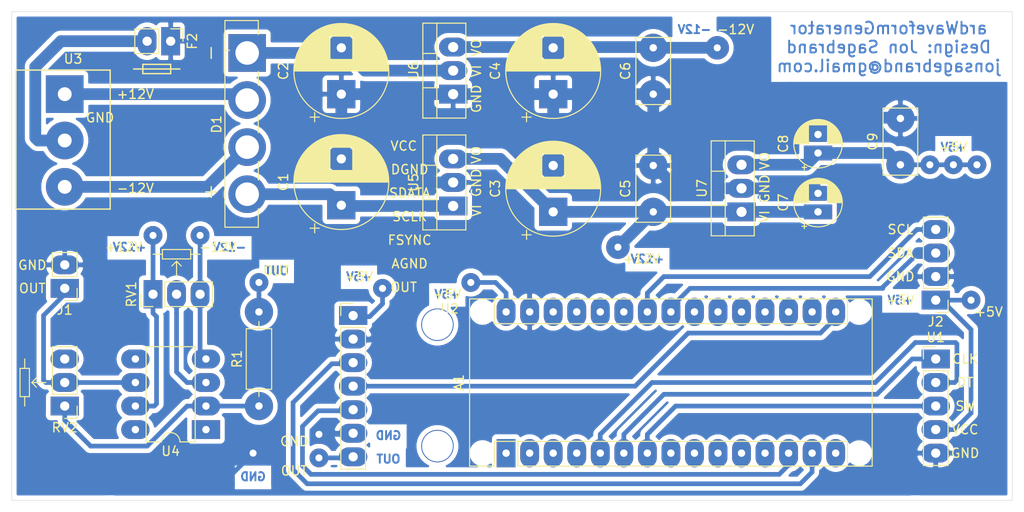
<source format=kicad_pcb>
(kicad_pcb (version 20211014) (generator pcbnew)
  (layers (0 "F.Cu" signal) (31 "B.Cu" signal) (34 "B.Paste" user) (35 "F.Paste" user) (36 "B.SilkS" user "B.Silkscreen") (37 "F.SilkS" user "F.Silkscreen") (38 "B.Mask" user) (39 "F.Mask" user) (44 "Edge.Cuts" user))
  (net 0 "")
  (net 1 "Net-(A1-Pad16)")
  (net 2 "Net-(A1-Pad15)")
  (net 3 "+5V")
  (net 4 "Net-(A1-Pad14)")
  (net 5 "GND")
  (net 6 "Net-(A1-Pad13)")
  (net 7 "Net-(A1-Pad28)")
  (net 8 "Net-(A1-Pad12)")
  (net 9 "Net-(A1-Pad27)")
  (net 10 "Net-(A1-Pad11)")
  (net 11 "Net-(A1-Pad26)")
  (net 12 "Net-(A1-Pad10)")
  (net 13 "Net-(A1-Pad25)")
  (net 14 "Net-(A1-Pad9)")
  (net 15 "Net-(A1-Pad24)")
  (net 16 "Net-(A1-Pad8)")
  (net 17 "Net-(A1-Pad23)")
  (net 18 "Net-(A1-Pad7)")
  (net 19 "Net-(A1-Pad22)")
  (net 20 "Net-(A1-Pad6)")
  (net 21 "Net-(A1-Pad21)")
  (net 22 "Net-(A1-Pad5)")
  (net 23 "Net-(A1-Pad20)")
  (net 24 "Net-(A1-Pad4)")
  (net 25 "Net-(A1-Pad19)")
  (net 26 "Net-(A1-Pad3)")
  (net 27 "Net-(A1-Pad18)")
  (net 28 "Net-(A1-Pad2)")
  (net 29 "Net-(A1-Pad17)")
  (net 30 "Net-(A1-Pad1)")
  (net 31 "Net-(C1-Pad1)")
  (net 32 "Net-(C2-Pad2)")
  (net 33 "+12V")
  (net 34 "-12V")
  (net 35 "Net-(D1-Pad2)")
  (net 36 "Net-(D1-Pad3)")
  (net 37 "Net-(F2-Pad2)")
  (net 38 "Net-(J1-Pad1)")
  (net 39 "Net-(R1-Pad2)")
  (net 40 "Net-(R1-Pad1)")
  (net 41 "Net-(RV1-Pad2)")
  (net 42 "Net-(RV2-Pad3)")
  (net 43 "Net-(U4-Pad8)")
  (net 44 "Net-(U4-Pad5)")
  (net 45 "Net-(U4-Pad1)")
  (footprint "My_Arduino:Arduino_Nano_WithMountingHoles_larger" (layer "F.Cu") (at 83.82 109.22 90)
    (fp_text reference "A1" (at 7.62 -5.08 90) (layer "F.SilkS"))
    (fp_text value "Arduino_Nano_v3.x")
    (pad "" np_thru_hole circle locked (at 0 -2.54 90) (size 1.78 1.78) (drill 1.78) (layers *.Cu *.Mask))
    (pad "" np_thru_hole circle locked (at 15.24 38.1 90) (size 1.78 1.78) (drill 1.78) (layers *.Cu *.Mask))
    (pad "" np_thru_hole circle locked (at 0 38.1 90) (size 1.78 1.78) (drill 1.78) (layers *.Cu *.Mask))
    (pad "" np_thru_hole circle locked (at 15.24 -2.54 90) (size 1.78 1.78) (drill 1.78) (layers *.Cu *.Mask))
    (pad "1" thru_hole rect locked (at 0 0 90) (size 3.048 2.032) (drill 0.8) (layers *.Cu *.Mask) (net 30 "Net-(A1-Pad1)"))
    (pad "2" thru_hole oval locked (at 0 2.54 90) (size 3.048 2.032) (drill 0.8) (layers *.Cu *.Mask) (net 28 "Net-(A1-Pad2)"))
    (pad "3" thru_hole oval locked (at 0 5.08 90) (size 3.048 2.032) (drill 0.8) (layers *.Cu *.Mask) (net 26 "Net-(A1-Pad3)"))
    (pad "4" thru_hole oval locked (at 0 7.62 90) (size 3.048 2.032) (drill 0.8) (layers *.Cu *.Mask) (net 24 "Net-(A1-Pad4)"))
    (pad "5" thru_hole oval locked (at 0 10.16 90) (size 3.048 2.032) (drill 0.8) (layers *.Cu *.Mask) (net 22 "Net-(A1-Pad5)"))
    (pad "6" thru_hole oval locked (at 0 12.7 90) (size 3.048 2.032) (drill 0.8) (layers *.Cu *.Mask) (net 20 "Net-(A1-Pad6)"))
    (pad "7" thru_hole oval locked (at 0 15.24 90) (size 3.048 2.032) (drill 0.8) (layers *.Cu *.Mask) (net 18 "Net-(A1-Pad7)"))
    (pad "8" thru_hole oval locked (at 0 17.78 90) (size 3.048 2.032) (drill 0.8) (layers *.Cu *.Mask) (net 16 "Net-(A1-Pad8)"))
    (pad "9" thru_hole oval locked (at 0 20.32 90) (size 3.048 2.032) (drill 0.8) (layers *.Cu *.Mask) (net 14 "Net-(A1-Pad9)"))
    (pad "10" thru_hole oval locked (at 0 22.86 90) (size 3.048 2.032) (drill 0.8) (layers *.Cu *.Mask) (net 12 "Net-(A1-Pad10)"))
    (pad "11" thru_hole oval locked (at 0 25.4 90) (size 3.048 2.032) (drill 0.8) (layers *.Cu *.Mask) (net 10 "Net-(A1-Pad11)"))
    (pad "12" thru_hole oval locked (at 0 27.94 90) (size 3.048 2.032) (drill 0.8) (layers *.Cu *.Mask) (net 8 "Net-(A1-Pad12)"))
    (pad "13" thru_hole oval locked (at 0 30.48 90) (size 3.048 2.032) (drill 0.8) (layers *.Cu *.Mask) (net 6 "Net-(A1-Pad13)"))
    (pad "14" thru_hole oval locked (at 0 33.02 90) (size 3.048 2.032) (drill 0.8) (layers *.Cu *.Mask) (net 4 "Net-(A1-Pad14)"))
    (pad "15" thru_hole oval locked (at 0 35.56 90) (size 3.048 2.032) (drill 0.8) (layers *.Cu *.Mask) (net 2 "Net-(A1-Pad15)"))
    (pad "16" thru_hole oval locked (at 15.24 35.56 90) (size 3.048 2.032) (drill 0.8) (layers *.Cu *.Mask) (net 1 "Net-(A1-Pad16)"))
    (pad "17" thru_hole oval locked (at 15.24 33.02 90) (size 3.048 2.032) (drill 0.8) (layers *.Cu *.Mask) (net 29 "Net-(A1-Pad17)"))
    (pad "18" thru_hole oval locked (at 15.24 30.48 90) (size 3.048 2.032) (drill 0.8) (layers *.Cu *.Mask) (net 27 "Net-(A1-Pad18)"))
    (pad "19" thru_hole oval locked (at 15.24 27.94 90) (size 3.048 2.032) (drill 0.8) (layers *.Cu *.Mask) (net 25 "Net-(A1-Pad19)"))
    (pad "20" thru_hole oval locked (at 15.24 25.4 90) (size 3.048 2.032) (drill 0.8) (layers *.Cu *.Mask) (net 23 "Net-(A1-Pad20)"))
    (pad "21" thru_hole oval locked (at 15.24 22.86 90) (size 3.048 2.032) (drill 0.8) (layers *.Cu *.Mask) (net 21 "Net-(A1-Pad21)"))
    (pad "22" thru_hole oval locked (at 15.24 20.32 90) (size 3.048 2.032) (drill 0.8) (layers *.Cu *.Mask) (net 19 "Net-(A1-Pad22)"))
    (pad "23" thru_hole oval locked (at 15.24 17.78 90) (size 3.048 2.032) (drill 0.8) (layers *.Cu *.Mask) (net 17 "Net-(A1-Pad23)"))
    (pad "24" thru_hole oval locked (at 15.24 15.24 90) (size 3.048 2.032) (drill 0.8) (layers *.Cu *.Mask) (net 15 "Net-(A1-Pad24)"))
    (pad "25" thru_hole oval locked (at 15.24 12.7 90) (size 3.048 2.032) (drill 0.8) (layers *.Cu *.Mask) (net 13 "Net-(A1-Pad25)"))
    (pad "26" thru_hole oval locked (at 15.24 10.16 90) (size 3.048 2.032) (drill 0.8) (layers *.Cu *.Mask) (net 11 "Net-(A1-Pad26)"))
    (pad "27" thru_hole oval locked (at 15.24 7.62 90) (size 3.048 2.032) (drill 0.8) (layers *.Cu *.Mask) (net 9 "Net-(A1-Pad27)"))
    (pad "28" thru_hole oval locked (at 15.24 5.08 90) (size 3.048 2.032) (drill 0.8) (layers *.Cu *.Mask) (net 7 "Net-(A1-Pad28)"))
    (pad "29" thru_hole oval locked (at 15.24 2.54 90) (size 3.048 2.032) (drill 0.8) (layers *.Cu *.Mask) (net 5 "GND"))
    (pad "30" thru_hole oval locked (at 15.24 0 90) (size 3.048 2.032) (drill 0.8) (layers *.Cu *.Mask) (net 3 "+5V"))
  )
  (footprint "My_Misc:CP_Radial_D10.0mm_P5.00mm_larger" (layer "F.Cu") (at 66.04 82.47 90)
    (fp_text reference "C1" (at 2.5 -6.25 90) (layer "F.SilkS"))
    (fp_text value "1000u")
    (pad "1" thru_hole rect locked (at 0 0 90) (size 3.048 3.048) (drill 1) (layers *.Cu *.Mask) (net 31 "Net-(C1-Pad1)"))
    (pad "2" thru_hole oval locked (at 5 0 90) (size 3.048 3.048) (drill 1) (layers *.Cu *.Mask) (net 5 "GND"))
  )
  (footprint "My_Misc:CP_Radial_D10.0mm_P5.00mm_larger" (layer "F.Cu") (at 66.04 70.485 90)
    (fp_text reference "C2" (at 2.5 -6.25 90) (layer "F.SilkS"))
    (fp_text value "1000u")
    (pad "1" thru_hole rect locked (at 0 0 90) (size 3.048 3.048) (drill 1) (layers *.Cu *.Mask) (net 5 "GND"))
    (pad "2" thru_hole oval locked (at 5 0 90) (size 3.048 3.048) (drill 1) (layers *.Cu *.Mask) (net 32 "Net-(C2-Pad2)"))
  )
  (footprint "My_Misc:CP_Radial_D10.0mm_P5.00mm_larger" (layer "F.Cu") (at 88.9 83.185 90)
    (fp_text reference "C3" (at 2.5 -6.25 90) (layer "F.SilkS"))
    (fp_text value "1000u")
    (pad "1" thru_hole rect locked (at 0 0 90) (size 3.048 3.048) (drill 1) (layers *.Cu *.Mask) (net 33 "+12V"))
    (pad "2" thru_hole oval locked (at 5 0 90) (size 3.048 3.048) (drill 1) (layers *.Cu *.Mask) (net 5 "GND"))
  )
  (footprint "My_Misc:CP_Radial_D10.0mm_P5.00mm_larger" (layer "F.Cu") (at 88.9 70.485 90)
    (fp_text reference "C4" (at 2.5 -6.25 90) (layer "F.SilkS"))
    (fp_text value "1000u")
    (pad "1" thru_hole rect locked (at 0 0 90) (size 3.048 3.048) (drill 1) (layers *.Cu *.Mask) (net 5 "GND"))
    (pad "2" thru_hole oval locked (at 5 0 90) (size 3.048 3.048) (drill 1) (layers *.Cu *.Mask) (net 34 "-12V"))
  )
  (footprint "My_Misc:C_Rect_L7.0mm_W3.5mm_P5.00mm_larger" (layer "F.Cu") (at 99.695 83.185 90)
    (fp_text reference "C5" (at 2.5 -3 90) (layer "F.SilkS"))
    (fp_text value "100n")
    (pad "1" thru_hole oval locked (at 0 0 90) (size 3.048 3.048) (drill 0.8) (layers *.Cu *.Mask) (net 33 "+12V"))
    (pad "2" thru_hole oval locked (at 5 0 90) (size 3.048 3.048) (drill 0.8) (layers *.Cu *.Mask) (net 5 "GND"))
  )
  (footprint "My_Misc:C_Rect_L7.0mm_W3.5mm_P5.00mm_larger" (layer "F.Cu") (at 99.695 70.485 90)
    (fp_text reference "C6" (at 2.5 -3 90) (layer "F.SilkS"))
    (fp_text value "100n")
    (pad "1" thru_hole oval locked (at 0 0 90) (size 3.048 3.048) (drill 0.8) (layers *.Cu *.Mask) (net 5 "GND"))
    (pad "2" thru_hole oval locked (at 5 0 90) (size 3.048 3.048) (drill 0.8) (layers *.Cu *.Mask) (net 34 "-12V"))
  )
  (footprint "My_Misc:CP_Radial_D5.0mm_P2.00mm_larger" (layer "F.Cu") (at 117.475 83.185 90)
    (fp_text reference "C7" (at 1 -3.75 90) (layer "F.SilkS"))
    (fp_text value "10u")
    (pad "1" thru_hole rect locked (at 0 0 90) (size 1.6 3.048) (drill 0.8) (layers *.Cu *.Mask) (net 33 "+12V"))
    (pad "2" thru_hole oval locked (at 2 0 90) (size 1.6 3.048) (drill 0.8) (layers *.Cu *.Mask) (net 5 "GND"))
  )
  (footprint "My_Misc:CP_Radial_D5.0mm_P2.00mm_larger" (layer "F.Cu") (at 117.475 76.835 90)
    (fp_text reference "C8" (at 1 -3.75 90) (layer "F.SilkS"))
    (fp_text value "10u")
    (pad "1" thru_hole rect locked (at 0 0 90) (size 1.6 3.048) (drill 0.8) (layers *.Cu *.Mask) (net 3 "+5V"))
    (pad "2" thru_hole oval locked (at 2 0 90) (size 1.6 3.048) (drill 0.8) (layers *.Cu *.Mask) (net 5 "GND"))
  )
  (footprint "My_Misc:C_Rect_L7.0mm_W3.5mm_P5.00mm_larger" (layer "F.Cu") (at 126.365 78.105 90)
    (fp_text reference "C9" (at 2.5 -3 90) (layer "F.SilkS"))
    (fp_text value "100n")
    (pad "1" thru_hole oval locked (at 0 0 90) (size 3.048 3.048) (drill 0.8) (layers *.Cu *.Mask) (net 3 "+5V"))
    (pad "2" thru_hole oval locked (at 5 0 90) (size 3.048 3.048) (drill 0.8) (layers *.Cu *.Mask) (net 5 "GND"))
  )
  (footprint "My_Misc:GBU-806" (layer "F.Cu") (at 55.88 66.04 -90)
    (fp_text reference "D1" (at 7.7 3.3 -90) (layer "F.SilkS"))
    (fp_text value "B40C2300-1500A")
    (fp_text user "+" (at 15 4 90) (layer "F.SilkS") (effects (font (size 1.524 1.524))))
    (fp_text user "-" (at 0 4 90) (layer "F.SilkS") (effects (font (size 1.524 1.524))))
    (pad "1" thru_hole rect locked (at 0 0 270) (size 4.064 4.064) (drill 2.54) (layers *.Cu *.Mask) (net 32 "Net-(C2-Pad2)"))
    (pad "2" thru_hole oval locked (at 5.08 0 270) (size 4.064 4.064) (drill 2.54) (layers *.Cu *.Mask) (net 35 "Net-(D1-Pad2)"))
    (pad "3" thru_hole oval locked (at 10.16 0 270) (size 4.064 4.064) (drill 2.54) (layers *.Cu *.Mask) (net 36 "Net-(D1-Pad3)"))
    (pad "4" thru_hole oval locked (at 15.24 0 270) (size 4.064 4.064) (drill 2.54) (layers *.Cu *.Mask) (net 31 "Net-(C1-Pad1)"))
  )
  (footprint "My_Headers:2-pin_Fuse_header_large" (layer "F.Cu") (at 47.625 64.77 -90)
    (fp_text reference "F2" (at 0 -2.33 90) (layer "F.SilkS"))
    (fp_text value "Fuse" hide)
    (pad "1" thru_hole rect locked (at 0 0 270) (size 3.048 2.032) (drill 1) (layers *.Cu *.Mask) (net 5 "GND"))
    (pad "2" thru_hole oval locked (at 0 2.54 270) (size 3.048 2.032) (drill 1) (layers *.Cu *.Mask) (net 37 "Net-(F2-Pad2)"))
  )
  (footprint "My_Headers:2-pin_Output_header_large" (layer "F.Cu") (at 36.195 91.44 180)
    (fp_text reference "J1" (at 0 -2.33) (layer "F.SilkS"))
    (fp_text value "Conn_Coaxial" hide)
    (fp_text user "OUT" (at 3.5 0) (layer "F.SilkS"))
    (fp_text user "GND" (at 3.5 2.5) (layer "F.SilkS"))
    (pad "1" thru_hole rect locked (at 0 0 180) (size 3.048 2.032) (drill 1) (layers *.Cu *.Mask) (net 38 "Net-(J1-Pad1)"))
    (pad "2" thru_hole oval locked (at 0 2.54 180) (size 3.048 2.032) (drill 1) (layers *.Cu *.Mask) (net 5 "GND"))
  )
  (footprint "My_Headers:4-pin_I2C_LCD_header_larger" (layer "F.Cu") (at 130.175 92.71 180)
    (fp_text reference "J2" (at 0 -2.33) (layer "F.SilkS"))
    (fp_text value "4-pin_I2C_LCD_header" hide)
    (fp_text user "SCL" (at 3.81 7.62) (layer "F.SilkS"))
    (fp_text user "+5V" (at 3.81 0) (layer "F.SilkS"))
    (fp_text user "GND" (at 3.81 2.54) (layer "F.SilkS"))
    (fp_text user "SDA" (at 3.81 5.08) (layer "F.SilkS"))
    (pad "1" thru_hole rect locked (at 0 0 180) (size 3.048 2.032) (drill 1) (layers *.Cu *.Mask) (net 3 "+5V"))
    (pad "3" thru_hole oval locked (at 0 2.54 180) (size 3.048 2.032) (drill 1) (layers *.Cu *.Mask) (net 5 "GND"))
    (pad "5" thru_hole oval locked (at 0 5.08 180) (size 3.048 2.032) (drill 1) (layers *.Cu *.Mask) (net 17 "Net-(A1-Pad23)"))
    (pad "7" thru_hole oval locked (at 0 7.62 180) (size 3.048 2.032) (drill 1) (layers *.Cu *.Mask) (net 15 "Net-(A1-Pad24)"))
  )
  (footprint "My_Misc:R_Axial_DIN0207_L6.3mm_D2.5mm_P10.16mm_Horizontal_larger_pads" (layer "F.Cu") (at 57.15 104.14 90)
    (fp_text reference "R1" (at 5.08 -2.37 90) (layer "F.SilkS"))
    (fp_text value "2.2k" hide)
    (pad "1" thru_hole circle locked (at 0 0 90) (size 3.048 3.048) (drill 0.8) (layers *.Cu *.Mask) (net 40 "Net-(R1-Pad1)"))
    (pad "2" thru_hole circle locked (at 10.16 0 90) (size 3.048 3.048) (drill 0.8) (layers *.Cu *.Mask) (net 39 "Net-(R1-Pad2)"))
  )
  (footprint "My_Headers:3-pin_potentiometer_header_larger_pads" (layer "F.Cu") (at 45.72 92.075 90)
    (fp_text reference "RV1" (at 0 -2.33 90) (layer "F.SilkS"))
    (fp_text value "10k" hide)
    (pad "1" thru_hole rect locked (at 0 0 90) (size 3.048 2.032) (drill 1) (layers *.Cu *.Mask) (net 33 "+12V"))
    (pad "2" thru_hole oval locked (at 0 2.54 90) (size 3.048 2.032) (drill 1) (layers *.Cu *.Mask) (net 41 "Net-(RV1-Pad2)"))
    (pad "3" thru_hole oval locked (at 0 5.08 90) (size 3.048 2.032) (drill 1) (layers *.Cu *.Mask) (net 34 "-12V"))
  )
  (footprint "My_Headers:3-pin_potentiometer_header_larger_pads" (layer "F.Cu") (at 36.195 104.14 180)
    (fp_text reference "RV2" (at 0 -2.33) (layer "F.SilkS"))
    (fp_text value "50k" hide)
    (pad "1" thru_hole rect locked (at 0 0 180) (size 3.048 2.032) (drill 1) (layers *.Cu *.Mask) (net 40 "Net-(R1-Pad1)"))
    (pad "2" thru_hole oval locked (at 0 2.54 180) (size 3.048 2.032) (drill 1) (layers *.Cu *.Mask) (net 38 "Net-(J1-Pad1)"))
    (pad "3" thru_hole oval locked (at 0 5.08 180) (size 3.048 2.032) (drill 1) (layers *.Cu *.Mask) (net 42 "Net-(RV2-Pad3)"))
  )
  (footprint "My_Parts:3-pin_KY-040_Rotary_Encoder_header_large" (layer "F.Cu") (at 130.175 99.06)
    (fp_text reference "U1" (at 0 -2.33) (layer "F.SilkS"))
    (fp_text value "KY-040_Rotary_Encoder" hide)
    (fp_text user "CLK" (at 3.175 0) (layer "F.SilkS"))
    (fp_text user "DT" (at 3.175 2.54) (layer "F.SilkS"))
    (fp_text user "GND" (at 3.175 10.16) (layer "F.SilkS"))
    (fp_text user "VCC" (at 3.175 7.62) (layer "F.SilkS"))
    (fp_text user "SW" (at 3.175 5.08) (layer "F.SilkS"))
    (pad "1" thru_hole rect locked (at 0 0) (size 3.048 2.032) (drill 1) (layers *.Cu *.Mask) (net 20 "Net-(A1-Pad6)"))
    (pad "2" thru_hole oval locked (at 0 2.54) (size 3.048 2.032) (drill 1) (layers *.Cu *.Mask) (net 22 "Net-(A1-Pad5)"))
    (pad "3" thru_hole oval locked (at 0 5.08) (size 3.048 2.032) (drill 1) (layers *.Cu *.Mask) (net 18 "Net-(A1-Pad7)"))
    (pad "4" thru_hole oval locked (at 0 7.62) (size 3.048 2.032) (drill 1) (layers *.Cu *.Mask) (net 3 "+5V"))
    (pad "5" thru_hole oval locked (at 0 10.16) (size 3.048 2.032) (drill 1) (layers *.Cu *.Mask) (net 5 "GND"))
  )
  (footprint "My_Parts:GY-9833_AD9833_larger" (layer "F.Cu") (at 67.31 92.71 180)
    (fp_text reference "U2" (at -10.4 -0.935) (layer "F.SilkS"))
    (fp_text value "GY-9833_AD9833" hide)
    (fp_text user "SDATA" (at -6.1 11.555) (layer "F.SilkS"))
    (fp_text user "SCLK" (at -6.1 9.015) (layer "F.SilkS"))
    (fp_text user "DGND" (at -6.1 14.095) (layer "F.SilkS"))
    (fp_text user "FSYNC" (at -6.1 6.475) (layer "F.SilkS"))
    (fp_text user "OUT" (at -5.465 1.395) (layer "F.SilkS"))
    (fp_text user "AGND" (at -6.1 3.935) (layer "F.SilkS"))
    (fp_text user "VCC" (at -5.465 16.635) (layer "F.SilkS"))
    (pad "" thru_hole circle locked (at -9.1 -15.75 180) (size 3.5 3.5) (drill 3.3) (layers *.Cu *.Mask))
    (pad "" thru_hole circle locked (at -9.1 -2.65 180) (size 3.5 3.5) (drill 3.3) (layers *.Cu *.Mask))
    (pad "1" thru_hole rect locked (at -0.005 -1.665) (size 3.048 2.032) (drill 1) (layers *.Cu *.Mask) (net 3 "+5V"))
    (pad "2" thru_hole oval locked (at -0.005 -4.205) (size 3.048 2.032) (drill 1) (layers *.Cu *.Mask) (net 5 "GND"))
    (pad "3" thru_hole oval locked (at -0.005 -6.745) (size 3.048 2.032) (drill 1) (layers *.Cu *.Mask) (net 4 "Net-(A1-Pad14)"))
    (pad "4" thru_hole oval locked (at -0.005 -9.285) (size 3.048 2.032) (drill 1) (layers *.Cu *.Mask) (net 1 "Net-(A1-Pad16)"))
    (pad "5" thru_hole oval locked (at -0.005 -11.825) (size 3.048 2.032) (drill 1) (layers *.Cu *.Mask) (net 6 "Net-(A1-Pad13)"))
    (pad "6" thru_hole oval locked (at -0.005 -14.365) (size 3.048 2.032) (drill 1) (layers *.Cu *.Mask) (net 5 "GND"))
    (pad "7" thru_hole oval locked (at -0.005 -16.905) (size 3.048 2.032) (drill 1) (layers *.Cu *.Mask) (net 39 "Net-(R1-Pad2)"))
  )
  (footprint "My_Parts:3-pole_screw_terminal_+12V,-12V_input" (layer "F.Cu") (at 36.195 70.485)
    (fp_text reference "U3" (at 0.9 -3.8) (layer "F.SilkS"))
    (fp_text value "3-pole_Power_input_screw_terminal" hide)
    (fp_text user "GND" (at 3.81 2.54) (layer "F.SilkS"))
    (fp_text user "-12V" (at 7.62 10.16) (layer "F.SilkS"))
    (fp_text user "+12V" (at 7.62 0) (layer "F.SilkS"))
    (pad "1" thru_hole rect locked (at 0 0) (size 4.064 4.064) (drill 1.5) (layers *.Cu *.Mask) (net 35 "Net-(D1-Pad2)"))
    (pad "2" thru_hole circle locked (at 0 5) (size 4.064 4.064) (drill 1.5) (layers *.Cu *.Mask) (net 37 "Net-(F2-Pad2)"))
    (pad "3" thru_hole circle locked (at 0 10) (size 4.064 4.064) (drill 1.5) (layers *.Cu *.Mask) (net 36 "Net-(D1-Pad3)"))
  )
  (footprint "My_Misc:DIP-8_W7.62mm_large" (layer "F.Cu") (at 51.435 106.68 180)
    (fp_text reference "U4" (at 3.81 -2.33) (layer "F.SilkS"))
    (fp_text value "TL071")
    (pad "1" thru_hole rect locked (at 0 0 180) (size 3.048 2.032) (drill 0.8) (layers *.Cu *.Mask) (net 45 "Net-(U4-Pad1)"))
    (pad "2" thru_hole oval locked (at 0 2.54 180) (size 3.048 2.032) (drill 0.8) (layers *.Cu *.Mask) (net 40 "Net-(R1-Pad1)"))
    (pad "3" thru_hole oval locked (at 0 5.08 180) (size 3.048 2.032) (drill 0.8) (layers *.Cu *.Mask) (net 41 "Net-(RV1-Pad2)"))
    (pad "4" thru_hole oval locked (at 0 7.62 180) (size 3.048 2.032) (drill 0.8) (layers *.Cu *.Mask) (net 34 "-12V"))
    (pad "5" thru_hole oval locked (at 7.62 7.62 180) (size 3.048 2.032) (drill 0.8) (layers *.Cu *.Mask) (net 44 "Net-(U4-Pad5)"))
    (pad "6" thru_hole oval locked (at 7.62 5.08 180) (size 3.048 2.032) (drill 0.8) (layers *.Cu *.Mask) (net 38 "Net-(J1-Pad1)"))
    (pad "7" thru_hole oval locked (at 7.62 2.54 180) (size 3.048 2.032) (drill 0.8) (layers *.Cu *.Mask) (net 33 "+12V"))
    (pad "8" thru_hole oval locked (at 7.62 0 180) (size 3.048 2.032) (drill 0.8) (layers *.Cu *.Mask) (net 43 "Net-(U4-Pad8)"))
  )
  (footprint "My_Parts:LM7812_TO-220-3_Vertical_larger" (layer "F.Cu") (at 78.105 82.55 90)
    (fp_text reference "U5" (at 2.54 -4.27 90) (layer "F.SilkS"))
    (fp_text value "LM7812_TO220" hide)
    (fp_text user "VI" (at -0.5 2.5 90) (layer "F.SilkS"))
    (fp_text user "VO" (at 5.5 2.5 90) (layer "F.SilkS"))
    (fp_text user "GND" (at 2.5 2.5 90) (layer "F.SilkS"))
    (pad "1" thru_hole rect locked (at 0 0 90) (size 2.032 3.048) (drill 1.1) (layers *.Cu *.Mask) (net 31 "Net-(C1-Pad1)"))
    (pad "2" thru_hole oval locked (at 2.54 0 90) (size 2.032 3.048) (drill 1.1) (layers *.Cu *.Mask) (net 5 "GND"))
    (pad "3" thru_hole oval locked (at 5.08 0 90) (size 2.032 3.048) (drill 1.1) (layers *.Cu *.Mask) (net 33 "+12V"))
  )
  (footprint "My_Parts:LM7912_TO-220-3_Vertical_larger" (layer "F.Cu") (at 78.105 70.485 90)
    (fp_text reference "U6" (at 2.54 -4.27 90) (layer "F.SilkS"))
    (fp_text value "LM7912_TO220" hide)
    (fp_text user "GND" (at -0.5 2.5 90) (layer "F.SilkS"))
    (fp_text user "VI" (at 2.5 2.5 90) (layer "F.SilkS"))
    (fp_text user "VO" (at 5 2.5 90) (layer "F.SilkS"))
    (pad "1" thru_hole rect locked (at 0 0 90) (size 2.032 3.048) (drill 1.1) (layers *.Cu *.Mask) (net 5 "GND"))
    (pad "2" thru_hole oval locked (at 2.54 0 90) (size 2.032 3.048) (drill 1.1) (layers *.Cu *.Mask) (net 32 "Net-(C2-Pad2)"))
    (pad "3" thru_hole oval locked (at 5.08 0 90) (size 2.032 3.048) (drill 1.1) (layers *.Cu *.Mask) (net 34 "-12V"))
  )
  (footprint "My_Parts:LM7805_TO-220-3_Vertical_larger" (layer "F.Cu") (at 109.22 83.185 90)
    (fp_text reference "U7" (at 2.54 -4.27 90) (layer "F.SilkS"))
    (fp_text value "LM7805_TO220" hide)
    (fp_text user "VI" (at -0.5 2.5 90) (layer "F.SilkS"))
    (fp_text user "VO" (at 5.5 2.5 90) (layer "F.SilkS"))
    (fp_text user "GND" (at 2.5 2.5 90) (layer "F.SilkS"))
    (pad "1" thru_hole rect locked (at 0 0 90) (size 2.032 3.048) (drill 1.1) (layers *.Cu *.Mask) (net 33 "+12V"))
    (pad "2" thru_hole oval locked (at 2.54 0 90) (size 2.032 3.048) (drill 1.1) (layers *.Cu *.Mask) (net 5 "GND"))
    (pad "3" thru_hole oval locked (at 5.08 0 90) (size 2.032 3.048) (drill 1.1) (layers *.Cu *.Mask) (net 3 "+5V"))
  )
  (gr_line (start 138.43 61.595) (end 138.43 114.3) (layer "Edge.Cuts") (width 0.05))
  (gr_line (start 30.48 114.3) (end 138.43 114.3) (layer "Edge.Cuts") (width 0.05))
  (gr_line (start 30.48 61.595) (end 138.43 61.595) (layer "Edge.Cuts") (width 0.05))
  (gr_line (start 30.48 61.595) (end 30.48 114.3) (layer "Edge.Cuts") (width 0.05))
  (gr_text "GND" (at 56.515 111.76) (layer "B.Cu") (effects (font (size 0.889 0.889) (thickness 0.2032)) (justify mirror)))
  (gr_text "+5V" (at 67.945 90.17) (layer "B.Cu") (effects (font (size 0.889 0.889) (thickness 0.2032)) (justify mirror)))
  (gr_text "+12V" (at 43.18 86.995) (layer "B.Cu") (effects (font (size 0.889 0.889) (thickness 0.2032)) (justify mirror)))
  (gr_text "-12V" (at 53.975 86.995) (layer "B.Cu") (effects (font (size 0.889 0.889) (thickness 0.2032)) (justify mirror)))
  (gr_text "ardWaveformGenerator\nDesign: Jon Sagebrand\njonsagebrand@gmail.com" (at 125.095 65.405) (layer "B.Cu") (effects (font (size 1.27 1.27) (thickness 0.2032)) (justify mirror)))
  (gr_text "+5V" (at 126.365 92.71) (layer "B.Cu") (effects (font (size 0.889 0.889) (thickness 0.2032)) (justify mirror)))
  (gr_text "+12V" (at 99.06 88.265) (layer "B.Cu") (effects (font (size 0.889 0.889) (thickness 0.2032)) (justify mirror)))
  (gr_text "OUT" (at 59.055 89.535) (layer "B.Cu") (effects (font (size 0.889 0.889) (thickness 0.2032)) (justify mirror)))
  (gr_text "-12V" (at 104.14 63.5) (layer "B.Cu") (effects (font (size 0.889 0.889) (thickness 0.2032)) (justify mirror)))
  (gr_text "GND" (at 71.12 107.315) (layer "B.Cu") (effects (font (size 0.889 0.889) (thickness 0.2032)) (justify mirror)))
  (gr_text "OUT" (at 71.12 109.855) (layer "B.Cu") (effects (font (size 0.889 0.889) (thickness 0.2032)) (justify mirror)))
  (gr_text "+5V" (at 77.47 92.075) (layer "B.Cu") (effects (font (size 0.889 0.889) (thickness 0.2032)) (justify mirror)))
  (gr_text "+5V" (at 132.08 76.2) (layer "B.Cu") (effects (font (size 0.889 0.889) (thickness 0.2032)) (justify mirror)))
  (gr_text "+12V" (at 42.545 86.995) (layer "F.SilkS") (effects (font (size 1 1))))
  (gr_text "+5V" (at 132.08 76.2) (layer "F.SilkS") (effects (font (size 1 1))))
  (gr_text "OUT" (at 60.96 111.125) (layer "F.SilkS") (effects (font (size 1 1))))
  (gr_text "+5V" (at 135.89 93.98) (layer "F.SilkS") (effects (font (size 1 1))))
  (gr_text "GND" (at 60.96 107.95) (layer "F.SilkS") (effects (font (size 1 1))))
  (gr_text "+5V" (at 67.945 90.17) (layer "F.SilkS") (effects (font (size 1 1))))
  (gr_text "+12V" (at 98.425 88.265) (layer "F.SilkS") (effects (font (size 1 1))))
  (gr_text "-12V" (at 52.705 86.995) (layer "F.SilkS") (effects (font (size 1 1))))
  (gr_text "-12V" (at 108.585 63.5) (layer "F.SilkS") (effects (font (size 1 1))))
  (gr_text "OUT" (at 59.055 89.535) (layer "F.SilkS") (effects (font (size 1 1))))
  (gr_text "+5V" (at 77.47 92.075) (layer "F.SilkS") (effects (font (size 1 1))))
  (segment (start 117.72899 96.26601) (end 119.38 94.615) (width 0.508) (layer "B.Cu") (net 1))
  (segment (start 97.736146 101.995) (end 103.465136 96.26601) (width 0.508) (layer "B.Cu") (net 1))
  (segment (start 67.315 101.995) (end 97.736146 101.995) (width 0.508) (layer "B.Cu") (net 1))
  (segment (start 103.465136 96.26601) (end 117.72899 96.26601) (width 0.508) (layer "B.Cu") (net 1))
  (via (at 80.01 90.805) (size 2.032) (drill 0.762) (layers "F.Cu" "B.Cu") (net 3))
  (via (at 133.985 92.71) (size 2.032) (drill 0.762) (layers "F.Cu" "B.Cu") (net 3))
  (via (at 134.62 78.105) (size 2.032) (drill 0.762) (layers "F.Cu" "B.Cu") (net 3))
  (via (at 132.08 78.105) (size 2.032) (drill 0.762) (layers "F.Cu" "B.Cu") (net 3))
  (via (at 129.54 78.105) (size 2.032) (drill 0.762) (layers "F.Cu" "B.Cu") (net 3))
  (via (at 70.485 91.44) (size 2.032) (drill 0.762) (layers "F.Cu" "B.Cu") (net 3))
  (segment (start 70.485 91.44) (end 70.485 91.44) (width 0.508) (layer "B.Cu") (net 3))
  (segment (start 80.01 90.805) (end 80.01 90.805) (width 0.508) (layer "B.Cu") (net 3))
  (segment (start 133.985 92.71) (end 133.985 92.71) (width 0.508) (layer "B.Cu") (net 3))
  (segment (start 134.62 78.105) (end 134.62 78.105) (width 0.508) (layer "B.Cu") (net 3))
  (segment (start 132.08 78.105) (end 134.62 78.105) (width 0.508) (layer "B.Cu") (net 3))
  (segment (start 129.54 78.105) (end 132.08 78.105) (width 0.508) (layer "B.Cu") (net 3))
  (segment (start 130.175 106.68) (end 132.207 106.68) (width 0.508) (layer "B.Cu") (net 3))
  (segment (start 130.175 92.71) (end 133.985 92.71) (width 0.508) (layer "B.Cu") (net 3))
  (segment (start 83.82 91.948) (end 82.677 90.805) (width 0.508) (layer "B.Cu") (net 3))
  (segment (start 117.475 76.835) (end 125.095 76.835) (width 1.27) (layer "B.Cu") (net 3))
  (segment (start 83.82 93.98) (end 83.82 91.948) (width 0.508) (layer "B.Cu") (net 3))
  (segment (start 109.22 78.105) (end 116.205 78.105) (width 1.27) (layer "B.Cu") (net 3))
  (segment (start 82.677 90.805) (end 80.01 90.805) (width 0.508) (layer "B.Cu") (net 3))
  (segment (start 133.985 95.885) (end 130.81 92.71) (width 0.508) (layer "B.Cu") (net 3))
  (segment (start 69.092 94.49) (end 70.485 93.097) (width 0.508) (layer "B.Cu") (net 3))
  (segment (start 70.485 93.097) (end 70.485 91.44) (width 0.508) (layer "B.Cu") (net 3))
  (segment (start 125.095 76.835) (end 126.365 78.105) (width 1.27) (layer "B.Cu") (net 3))
  (segment (start 132.207 106.68) (end 133.985 104.902) (width 0.508) (layer "B.Cu") (net 3))
  (segment (start 133.985 104.902) (end 133.985 95.885) (width 0.508) (layer "B.Cu") (net 3))
  (segment (start 126.365 78.105) (end 129.54 78.105) (width 0.508) (layer "B.Cu") (net 3))
  (segment (start 116.205 78.105) (end 117.475 76.835) (width 1.27) (layer "B.Cu") (net 3))
  (segment (start 67.06 94.49) (end 69.092 94.49) (width 0.508) (layer "B.Cu") (net 3))
  (segment (start 65.028 99.57) (end 60.830989 103.767011) (width 0.508) (layer "B.Cu") (net 4))
  (segment (start 116.84 111.252) (end 116.84 109.22) (width 0.508) (layer "B.Cu") (net 4))
  (segment (start 60.830989 103.767011) (end 60.830989 111.004286) (width 0.508) (layer "B.Cu") (net 4))
  (segment (start 62.350714 112.524011) (end 115.567989 112.524011) (width 0.508) (layer "B.Cu") (net 4))
  (segment (start 115.567989 112.524011) (end 116.84 111.252) (width 0.508) (layer "B.Cu") (net 4))
  (segment (start 67.06 99.57) (end 65.028 99.57) (width 0.508) (layer "B.Cu") (net 4))
  (segment (start 60.830989 111.004286) (end 62.350714 112.524011) (width 0.508) (layer "B.Cu") (net 4))
  (via (at 56.515 109.22) (size 2.54) (drill 0.762) (layers "F.Cu" "B.Cu") (net 5))
  (via (at 63.625 107.19) (size 2.032) (drill 0.762) (layers "F.Cu" "B.Cu") (net 5))
  (segment (start 106.68 70.485) (end 111.125 70.485) (width 1.27) (layer "B.Cu") (net 5))
  (segment (start 111.125 70.485) (end 113.665 70.485) (width 1.27) (layer "B.Cu") (net 5))
  (segment (start 63.625 107.19) (end 63.625 107.19) (width 0.508) (layer "B.Cu") (net 5))
  (segment (start 113.665 70.485) (end 117.475 74.295) (width 1.27) (layer "B.Cu") (net 5))
  (segment (start 41.683419 113.540021) (end 127.378979 113.540021) (width 0.508) (layer "B.Cu") (net 5))
  (segment (start 109.22 80.645) (end 116.878001 80.645) (width 1.27) (layer "B.Cu") (net 5))
  (segment (start 116.878001 80.645) (end 117.475 81.241999) (width 1.27) (layer "B.Cu") (net 5))
  (segment (start 131.419475 89.40801) (end 132.46101 88.366475) (width 0.508) (layer "B.Cu") (net 5))
  (segment (start 127.378979 113.540021) (end 130.175 110.744) (width 0.508) (layer "B.Cu") (net 5))
  (segment (start 118.745 73.025) (end 126.365 73.025) (width 1.27) (layer "B.Cu") (net 5))
  (segment (start 132.46101 84.353525) (end 129.387485 81.28) (width 0.508) (layer "B.Cu") (net 5))
  (segment (start 129.387485 81.28) (end 117.475 81.28) (width 0.508) (layer "B.Cu") (net 5))
  (segment (start 78.105 70.485) (end 88.9 70.485) (width 1.27) (layer "B.Cu") (net 5))
  (segment (start 99.695 70.485) (end 106.68 70.485) (width 1.27) (layer "B.Cu") (net 5))
  (segment (start 135.763001 105.663999) (end 135.763001 91.856559) (width 0.508) (layer "B.Cu") (net 5))
  (segment (start 130.175 109.22) (end 132.207 109.22) (width 0.508) (layer "B.Cu") (net 5))
  (segment (start 83.438999 89.026999) (end 86.36 91.948) (width 0.508) (layer "B.Cu") (net 5))
  (segment (start 75.311 80.01) (end 78.105 80.01) (width 1.27) (layer "B.Cu") (net 5))
  (segment (start 106.426 80.645) (end 109.22 80.645) (width 1.27) (layer "B.Cu") (net 5))
  (segment (start 130.93699 89.40801) (end 131.419475 89.40801) (width 0.508) (layer "B.Cu") (net 5))
  (segment (start 135.763001 91.856559) (end 134.076442 90.17) (width 0.508) (layer "B.Cu") (net 5))
  (segment (start 32.89298 104.749582) (end 41.683419 113.540021) (width 0.508) (layer "B.Cu") (net 5))
  (segment (start 130.175 110.744) (end 130.175 109.22) (width 0.508) (layer "B.Cu") (net 5))
  (segment (start 66.04 70.485) (end 78.105 70.485) (width 1.27) (layer "B.Cu") (net 5))
  (segment (start 66.04 77.47) (end 68.58 80.01) (width 1.27) (layer "B.Cu") (net 5))
  (segment (start 88.9 70.485) (end 88.9 73.279) (width 1.27) (layer "B.Cu") (net 5))
  (segment (start 117.475 74.295) (end 118.745 73.025) (width 1.27) (layer "B.Cu") (net 5))
  (segment (start 77.095001 89.026999) (end 83.438999 89.026999) (width 0.508) (layer "B.Cu") (net 5))
  (segment (start 56.515 109.22) (end 52.22201 113.51299) (width 0.508) (layer "B.Cu") (net 5))
  (segment (start 67.06 97.03) (end 69.092 97.03) (width 0.508) (layer "B.Cu") (net 5))
  (segment (start 99.695 70.485) (end 99.695 78.105) (width 1.27) (layer "B.Cu") (net 5))
  (segment (start 32.89298 90.17002) (end 32.89298 104.749582) (width 0.508) (layer "B.Cu") (net 5))
  (segment (start 36.195 88.9) (end 34.163 88.9) (width 0.508) (layer "B.Cu") (net 5))
  (segment (start 132.46101 88.366475) (end 132.46101 84.353525) (width 0.508) (layer "B.Cu") (net 5))
  (segment (start 132.207 90.17) (end 130.175 90.17) (width 0.508) (layer "B.Cu") (net 5))
  (segment (start 34.163 88.9) (end 32.89298 90.17002) (width 0.508) (layer "B.Cu") (net 5))
  (segment (start 68.58 80.01) (end 75.311 80.01) (width 1.27) (layer "B.Cu") (net 5))
  (segment (start 132.207 109.22) (end 135.763001 105.663999) (width 0.508) (layer "B.Cu") (net 5))
  (segment (start 86.36 91.948) (end 86.36 93.98) (width 0.508) (layer "B.Cu") (net 5))
  (segment (start 102.235 80.645) (end 106.426 80.645) (width 1.27) (layer "B.Cu") (net 5))
  (segment (start 69.092 97.03) (end 77.095001 89.026999) (width 0.508) (layer "B.Cu") (net 5))
  (segment (start 88.9 70.485) (end 99.695 70.485) (width 1.27) (layer "B.Cu") (net 5))
  (segment (start 99.695 78.105) (end 102.235 80.645) (width 1.27) (layer "B.Cu") (net 5))
  (segment (start 67.06 107.19) (end 63.625 107.19) (width 0.508) (layer "B.Cu") (net 5))
  (segment (start 130.175 90.17) (end 130.93699 89.40801) (width 0.508) (layer "B.Cu") (net 5))
  (segment (start 88.9 73.279) (end 88.9 78.105) (width 1.27) (layer "B.Cu") (net 5))
  (segment (start 66.04 70.485) (end 66.04 77.47) (width 1.27) (layer "B.Cu") (net 5))
  (segment (start 52.22201 113.51299) (end 51.559979 113.51299) (width 0.508) (layer "B.Cu") (net 5))
  (segment (start 134.076442 90.17) (end 132.207 90.17) (width 0.508) (layer "B.Cu") (net 5))
  (segment (start 113.281999 111.508001) (end 114.3 110.49) (width 0.508) (layer "B.Cu") (net 6))
  (segment (start 62.771559 111.508001) (end 113.281999 111.508001) (width 0.508) (layer "B.Cu") (net 6))
  (segment (start 63.533558 104.65) (end 61.846999 106.336559) (width 0.508) (layer "B.Cu") (net 6))
  (segment (start 61.846999 110.583441) (end 62.771559 111.508001) (width 0.508) (layer "B.Cu") (net 6))
  (segment (start 67.06 104.65) (end 63.533558 104.65) (width 0.508) (layer "B.Cu") (net 6))
  (segment (start 61.846999 106.336559) (end 61.846999 110.583441) (width 0.508) (layer "B.Cu") (net 6))
  (segment (start 99.06 93.98) (end 99.06 91.948) (width 0.508) (layer "B.Cu") (net 15))
  (segment (start 99.06 91.948) (end 100.838 90.17) (width 0.508) (layer "B.Cu") (net 15))
  (segment (start 123.063 90.17) (end 100.838 90.17) (width 0.508) (layer "B.Cu") (net 15))
  (segment (start 130.175 85.09) (end 128.143 85.09) (width 0.508) (layer "B.Cu") (net 15))
  (segment (start 128.143 85.09) (end 123.063 90.17) (width 0.508) (layer "B.Cu") (net 15))
  (segment (start 103.657515 91.44) (end 124.46 91.44) (width 0.508) (layer "B.Cu") (net 17))
  (segment (start 102.235 93.98) (end 102.36199 93.85301) (width 0.508) (layer "B.Cu") (net 17))
  (segment (start 124.46 91.44) (end 124.46 91.313) (width 0.508) (layer "B.Cu") (net 17))
  (segment (start 130.175 87.63) (end 128.27 87.63) (width 1.27) (layer "B.Cu") (net 17))
  (segment (start 101.6 93.98) (end 102.235 93.98) (width 0.508) (layer "B.Cu") (net 17))
  (segment (start 102.36199 92.735525) (end 103.657515 91.44) (width 0.508) (layer "B.Cu") (net 17))
  (segment (start 102.36199 93.85301) (end 102.36199 92.735525) (width 0.508) (layer "B.Cu") (net 17))
  (segment (start 124.46 91.313) (end 127.635 88.265) (width 0.508) (layer "B.Cu") (net 17))
  (segment (start 102.108 104.14) (end 99.06 107.188) (width 0.508) (layer "B.Cu") (net 18))
  (segment (start 99.06 107.188) (end 99.06 109.22) (width 0.508) (layer "B.Cu") (net 18))
  (segment (start 130.175 104.14) (end 102.108 104.14) (width 0.508) (layer "B.Cu") (net 18))
  (segment (start 100.838 102.87) (end 96.52 107.188) (width 0.508) (layer "B.Cu") (net 20))
  (segment (start 123.825 102.87) (end 100.838 102.87) (width 0.508) (layer "B.Cu") (net 20))
  (segment (start 130.175 99.06) (end 127.635 99.06) (width 0.508) (layer "B.Cu") (net 20))
  (segment (start 96.52 107.188) (end 96.52 109.22) (width 0.508) (layer "B.Cu") (net 20))
  (segment (start 127.635 99.06) (end 123.825 102.87) (width 0.508) (layer "B.Cu") (net 20))
  (segment (start 127.976147 97.281999) (end 123.658146 101.6) (width 0.508) (layer "B.Cu") (net 22))
  (segment (start 132.308601 97.281999) (end 127.976147 97.281999) (width 0.508) (layer "B.Cu") (net 22))
  (segment (start 132.461001 97.434399) (end 132.308601 97.281999) (width 0.508) (layer "B.Cu") (net 22))
  (segment (start 93.98 107.188) (end 93.98 109.22) (width 0.508) (layer "B.Cu") (net 22))
  (segment (start 123.658146 101.6) (end 99.568 101.6) (width 0.508) (layer "B.Cu") (net 22))
  (segment (start 99.568 101.6) (end 93.98 107.188) (width 0.508) (layer "B.Cu") (net 22))
  (segment (start 130.175 101.6) (end 132.207 101.6) (width 0.508) (layer "B.Cu") (net 22))
  (segment (start 132.461001 101.345999) (end 132.461001 97.434399) (width 0.508) (layer "B.Cu") (net 22))
  (segment (start 132.207 101.6) (end 132.461001 101.345999) (width 0.508) (layer "B.Cu") (net 22))
  (segment (start 64.77 81.28) (end 66.04 82.55) (width 1.27) (layer "B.Cu") (net 31))
  (segment (start 55.88 81.28) (end 64.77 81.28) (width 1.27) (layer "B.Cu") (net 31))
  (segment (start 66.04 82.55) (end 78.105 82.55) (width 1.27) (layer "B.Cu") (net 31))
  (segment (start 65.405 66.04) (end 66.04 65.405) (width 1.27) (layer "B.Cu") (net 32))
  (segment (start 66.04 65.405) (end 68.58 67.945) (width 1.27) (layer "B.Cu") (net 32))
  (segment (start 68.58 67.945) (end 78.105 67.945) (width 1.27) (layer "B.Cu") (net 32))
  (segment (start 55.88 66.04) (end 65.405 66.04) (width 1.27) (layer "B.Cu") (net 32))
  (via (at 95.885 86.995) (size 2.54) (drill 0.762) (layers "F.Cu" "B.Cu") (net 33))
  (via (at 45.72 85.725) (size 2.032) (drill 0.762) (layers "F.Cu" "B.Cu") (net 33))
  (segment (start 45.72 85.725) (end 45.72 85.725) (width 0.508) (layer "B.Cu") (net 33))
  (segment (start 95.885 86.995) (end 95.885 86.995) (width 1.27) (layer "B.Cu") (net 33))
  (segment (start 98.171001 84.708999) (end 95.885 86.995) (width 1.27) (layer "B.Cu") (net 33))
  (segment (start 45.847 104.14) (end 43.815 104.14) (width 0.508) (layer "B.Cu") (net 33))
  (segment (start 46.10101 94.48801) (end 46.10101 103.88599) (width 0.508) (layer "B.Cu") (net 33))
  (segment (start 83.185 77.47) (end 88.9 83.185) (width 1.27) (layer "B.Cu") (net 33))
  (segment (start 88.9 83.185) (end 99.695 83.185) (width 1.27) (layer "B.Cu") (net 33))
  (segment (start 78.105 77.47) (end 83.185 77.47) (width 1.27) (layer "B.Cu") (net 33))
  (segment (start 46.10101 103.88599) (end 45.847 104.14) (width 0.508) (layer "B.Cu") (net 33))
  (segment (start 45.72 94.107) (end 46.10101 94.48801) (width 0.508) (layer "B.Cu") (net 33))
  (segment (start 109.22 83.185) (end 117.475 83.185) (width 1.27) (layer "B.Cu") (net 33))
  (segment (start 45.72 92.075) (end 45.72 85.725) (width 0.508) (layer "B.Cu") (net 33))
  (segment (start 45.72 92.075) (end 45.72 94.107) (width 0.508) (layer "B.Cu") (net 33))
  (segment (start 99.695 83.185) (end 98.171001 84.708999) (width 1.27) (layer "B.Cu") (net 33))
  (segment (start 99.695 83.185) (end 109.22 83.185) (width 1.27) (layer "B.Cu") (net 33))
  (via (at 106.6 65.485) (size 2.54) (drill 0.762) (layers "F.Cu" "B.Cu") (net 34))
  (via (at 50.8 85.725) (size 2.032) (drill 0.762) (layers "F.Cu" "B.Cu") (net 34))
  (segment (start 50.8 85.725) (end 50.8 85.725) (width 0.508) (layer "B.Cu") (net 34))
  (segment (start 106.6 65.485) (end 106.6 65.485) (width 1.27) (layer "B.Cu") (net 34))
  (segment (start 88.9 65.405) (end 99.695 65.405) (width 1.27) (layer "B.Cu") (net 34))
  (segment (start 99.695 65.485) (end 106.6 65.485) (width 1.27) (layer "B.Cu") (net 34))
  (segment (start 50.8 92.075) (end 50.8 85.725) (width 0.508) (layer "B.Cu") (net 34))
  (segment (start 50.8 98.425) (end 51.435 99.06) (width 0.508) (layer "B.Cu") (net 34))
  (segment (start 50.8 92.075) (end 50.8 98.425) (width 0.508) (layer "B.Cu") (net 34))
  (segment (start 78.105 65.405) (end 88.9 65.405) (width 1.27) (layer "B.Cu") (net 34))
  (segment (start 36.195 70.485) (end 55.245 70.485) (width 1.27) (layer "B.Cu") (net 35))
  (segment (start 36.195 80.485) (end 51.595 80.485) (width 1.27) (layer "B.Cu") (net 36))
  (segment (start 51.595 80.485) (end 55.88 76.2) (width 1.27) (layer "B.Cu") (net 36))
  (segment (start 35.788598 64.77) (end 44.45 64.77) (width 1.27) (layer "B.Cu") (net 37))
  (segment (start 33.019999 67.538599) (end 35.788598 64.77) (width 1.27) (layer "B.Cu") (net 37))
  (segment (start 33.019999 75.18368) (end 33.019999 67.538599) (width 1.27) (layer "B.Cu") (net 37))
  (segment (start 33.321319 75.485) (end 33.019999 75.18368) (width 1.27) (layer "B.Cu") (net 37))
  (segment (start 36.195 75.485) (end 33.321319 75.485) (width 1.27) (layer "B.Cu") (net 37))
  (segment (start 43.815 101.6) (end 36.195 101.6) (width 0.508) (layer "B.Cu") (net 38))
  (segment (start 34.163 101.6) (end 33.90899 101.34599) (width 0.508) (layer "B.Cu") (net 38))
  (segment (start 36.195 101.6) (end 34.163 101.6) (width 0.508) (layer "B.Cu") (net 38))
  (segment (start 33.90899 101.34599) (end 33.90899 94.36101) (width 0.508) (layer "B.Cu") (net 38))
  (segment (start 33.90899 94.36101) (end 36.195 92.075) (width 0.508) (layer "B.Cu") (net 38))
  (via (at 63.625 109.73) (size 2.032) (drill 0.762) (layers "F.Cu" "B.Cu") (net 39))
  (via (at 57.15 90.805) (size 2.032) (drill 0.762) (layers "F.Cu" "B.Cu") (net 39))
  (segment (start 63.625 109.73) (end 63.625 109.73) (width 0.508) (layer "B.Cu") (net 39))
  (segment (start 57.15 90.805) (end 57.15 90.805) (width 0.508) (layer "B.Cu") (net 39))
  (segment (start 67.06 109.73) (end 63.625 109.73) (width 0.508) (layer "B.Cu") (net 39))
  (segment (start 57.15 93.98) (end 57.15 90.805) (width 0.508) (layer "B.Cu") (net 39))
  (segment (start 57.15 104.14) (end 51.435 104.14) (width 0.508) (layer "B.Cu") (net 40))
  (segment (start 49.403 104.14) (end 45.08499 108.45801) (width 0.508) (layer "B.Cu") (net 40))
  (segment (start 45.08499 108.45801) (end 38.98901 108.45801) (width 0.508) (layer "B.Cu") (net 40))
  (segment (start 36.195 105.664) (end 36.195 104.14) (width 0.508) (layer "B.Cu") (net 40))
  (segment (start 51.435 104.14) (end 49.403 104.14) (width 0.508) (layer "B.Cu") (net 40))
  (segment (start 38.98901 108.45801) (end 36.195 105.664) (width 0.508) (layer "B.Cu") (net 40))
  (segment (start 48.26 100.457) (end 48.26 94.107) (width 0.508) (layer "B.Cu") (net 41))
  (segment (start 51.435 101.6) (end 49.403 101.6) (width 0.508) (layer "B.Cu") (net 41))
  (segment (start 48.26 94.107) (end 48.26 92.075) (width 0.508) (layer "B.Cu") (net 41))
  (segment (start 49.403 101.6) (end 48.26 100.457) (width 0.508) (layer "B.Cu") (net 41))
  (zone (net 0) (net_name "") (layer "B.Cu") (connect_pads (clearance 0.508)) (min_thickness 0.254) (fill yes (thermal_gap 0.508) (thermal_bridge_width 0.508))
    (polygon (pts (xy 139.7 115.57) (xy 29.21 115.57) (xy 29.21 60.325) (xy 139.7 60.325)))
  )
  (zone (net 5) (net_name "GND") (layer "B.Cu") (connect_pads (clearance 0.508)) (min_thickness 0.254) (fill yes (thermal_gap 0.508) (thermal_bridge_width 0.508))
    (polygon (pts (xy 139.065 114.935) (xy 29.845 114.935) (xy 29.845 60.96) (xy 139.065 60.96)))
  )
)
</source>
